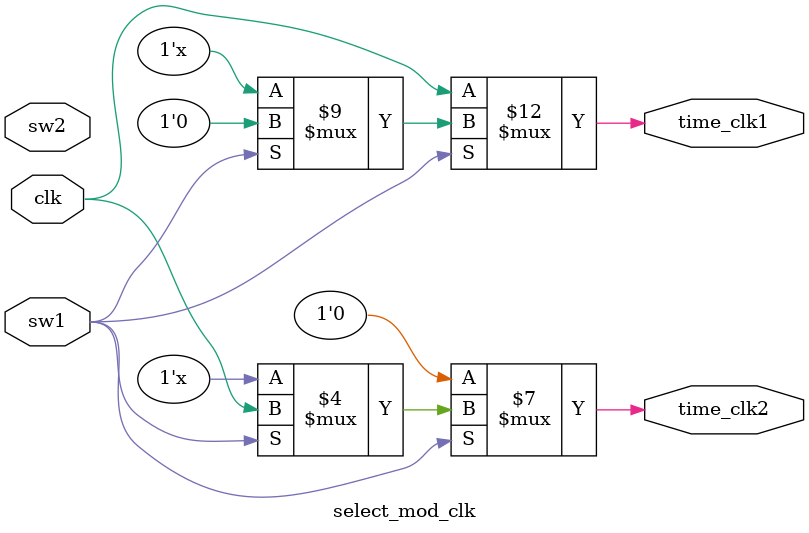
<source format=v>
module select_mod_clk (clk ,sw1,sw2, time_clk1 ,time_clk2);

input clk , sw1,sw2;
output reg time_clk1 ,time_clk2;

always@(1)
begin
	if(sw1 ==0)
		begin
			time_clk1 <= clk;
			time_clk2 <=0;
		end
	else if(sw1==1)
		begin
			time_clk1 <= 0;
			time_clk2 <=clk;
		end


end
endmodule
</source>
